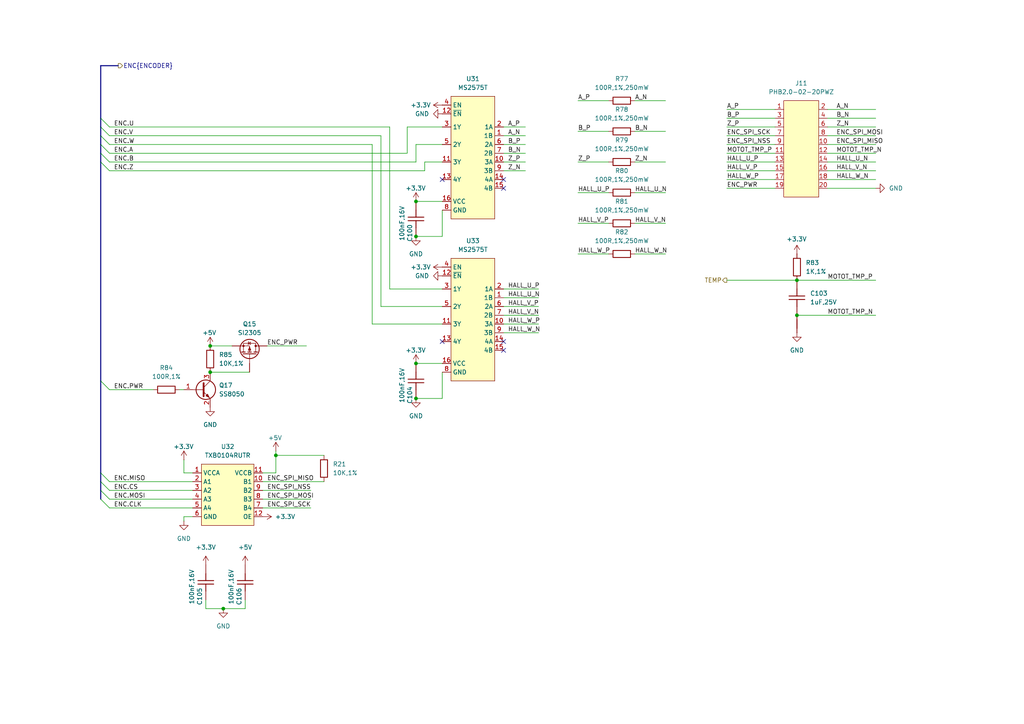
<source format=kicad_sch>
(kicad_sch (version 20250114) (generator "eeschema") (generator_version "9.0")
  (paper "A4")
  (lib_symbols
    (symbol "Device:NetTie_2" (pin_numbers (hide yes)) (pin_names (offset 0) (hide yes)) (in_bom no)
      (property "Reference" "NT" (at 0 1.27 0))
      (property "Value" "NetTie_2" (at 0 -1.27 0))
      (symbol "NetTie_2_0_1"
        (polyline (pts (xy -1.27 0) (xy 1.27 0)) (stroke (width 0.254)))
      )
      (symbol "NetTie_2_1_1"
        (pin passive line (at -2.54 0 0) (length 2.54) (name "1") (number "1"))
        (pin passive line (at 2.54 0 180) (length 2.54) (name "2") (number "2"))
      )
    )
    (symbol "HPM6280Foc:0402WGF1000TCE" (pin_numbers (hide yes)) (pin_names (hide yes))
      (property "Reference" "R" (at -1.27 2.54 0))
      (property "Value" "100R,1%" (at 0 -2.54 0))
      (symbol "0402WGF1000TCE_0_1"
        (rectangle (start 2.54 -1.016) (end -2.54 1.016) (stroke (width 0.254)))
      )
      (symbol "0402WGF1000TCE_1_1"
        (pin passive line (at -3.81 0 0) (length 1.27) (name "~") (number "1"))
        (pin passive line (at 3.81 0 180) (length 1.27) (name "~") (number "2"))
      )
    )
    (symbol "HPM6280Foc:0402WGF1001TCE" (pin_numbers (hide yes)) (pin_names (hide yes))
      (property "Reference" "R" (at 0 2.54 0))
      (property "Value" "1K,1%" (at 0 -2.54 0))
      (symbol "0402WGF1001TCE_0_1"
        (rectangle (start 2.54 -1.016) (end -2.54 1.016) (stroke (width 0.254)))
      )
      (symbol "0402WGF1001TCE_1_1"
        (pin passive line (at -3.81 0 0) (length 1.27) (name "~") (number "1"))
        (pin passive line (at 3.81 0 180) (length 1.27) (name "~") (number "2"))
      )
    )
    (symbol "HPM6280Foc:0402WGF1002TCE" (pin_numbers (hide yes)) (pin_names (hide yes))
      (property "Reference" "R" (at 0 2.54 0))
      (property "Value" "10K,1%" (at 0 0 0))
      (symbol "0402WGF1002TCE_0_1"
        (rectangle (start 2.54 -1.016) (end -2.54 1.016) (stroke (width 0.254)))
      )
      (symbol "0402WGF1002TCE_1_1"
        (pin passive line (at -3.81 0 0) (length 1.27) (name "~") (number "1"))
        (pin passive line (at 3.81 0 180) (length 1.27) (name "~") (number "2"))
      )
    )
    (symbol "HPM6280Foc:CC0402KRX7R7BB104"
      (property "Reference" "C" (at -1.27 2.54 0))
      (property "Value" "100nF,16V" (at 0 -3.81 0))
      (symbol "CC0402KRX7R7BB104_1_0"
        (polyline (pts (xy -0.508 2.286) (xy -0.508 -2.286)) (stroke (width 0.254)))
        (polyline (pts (xy -0.508 0) (xy -2.54 0)) (stroke (width 0.254)))
        (polyline (pts (xy 0.508 2.286) (xy 0.508 -2.286)) (stroke (width 0.254)))
        (polyline (pts (xy 0.508 0) (xy 2.54 0)) (stroke (width 0.254)))
        (pin passive line (at -5.08 0 0) (length 2.54) (name "2") (number "2"))
        (pin passive line (at 5.08 0 180) (length 2.54) (name "1") (number "1"))
      )
    )
    (symbol "HPM6280Foc:CL05A105KA5NQNC"
      (property "Reference" "C" (at -1.27 2.54 0))
      (property "Value" "1uF,25V" (at 0 -3.81 0))
      (symbol "CL05A105KA5NQNC_1_0"
        (polyline (pts (xy -0.508 2.286) (xy -0.508 -2.286)) (stroke (width 0.254)))
        (polyline (pts (xy -0.508 0) (xy -2.54 0)) (stroke (width 0.254)))
        (polyline (pts (xy 0.508 2.286) (xy 0.508 -2.286)) (stroke (width 0.254)))
        (polyline (pts (xy 0.508 0) (xy 2.54 0)) (stroke (width 0.254)))
        (pin passive line (at -5.08 0 0) (length 2.54) (name "2") (number "2"))
        (pin passive line (at 5.08 0 180) (length 2.54) (name "1") (number "1"))
      )
    )
    (symbol "HPM6280Foc:MS2575T"
      (property "Reference" "U" (at 0 1.27 0))
      (property "Value" "MS2575T" (at 0 0 0))
      (symbol "MS2575T_0_0"
        (pin input line (at -2.54 -2.54 0) (length 2.54) (name "EN") (number "4"))
        (pin tri_state line (at -2.54 -8.89 0) (length 2.54) (name "1Y") (number "3"))
        (pin tri_state line (at -2.54 -13.97 0) (length 2.54) (name "2Y") (number "5"))
        (pin tri_state line (at -2.54 -19.05 0) (length 2.54) (name "3Y") (number "11"))
        (pin tri_state line (at -2.54 -24.13 0) (length 2.54) (name "4Y") (number "13"))
        (pin power_in line (at -2.54 -30.48 0) (length 2.54) (name "VCC") (number "16"))
        (pin power_in line (at -2.54 -33.02 0) (length 2.54) (name "GND") (number "8"))
        (pin input line (at 15.24 -8.89 180) (length 2.54) (name "1A") (number "2"))
        (pin input line (at 15.24 -11.43 180) (length 2.54) (name "1B") (number "1"))
        (pin input line (at 15.24 -13.97 180) (length 2.54) (name "2A") (number "6"))
        (pin input line (at 15.24 -16.51 180) (length 2.54) (name "2B") (number "7"))
        (pin input line (at 15.24 -19.05 180) (length 2.54) (name "3A") (number "10"))
        (pin input line (at 15.24 -21.59 180) (length 2.54) (name "3B") (number "9"))
        (pin input line (at 15.24 -24.13 180) (length 2.54) (name "4A") (number "14"))
        (pin input line (at 15.24 -26.67 180) (length 2.54) (name "4B") (number "15"))
      )
      (symbol "MS2575T_1_0"
        (pin input line (at -2.54 -5.08 0) (length 2.54) (name "~{EN}") (number "12"))
      )
      (symbol "MS2575T_1_1"
        (rectangle (start 0 0) (end 12.7 -35.56) (fill (type background)))
      )
    )
    (symbol "HPM6280Foc:PHB2.0-02-20PWZ"
      (property "Reference" "J" (at 0 0 0))
      (property "Value" "PHB2.0-02-20PWZ" (at 5.334 1.016 0))
      (symbol "PHB2.0-02-20PWZ_1_0"
        (pin unspecified line (at -2.54 -5.08 0) (length 2.54) (name "") (number "3"))
        (pin unspecified line (at -2.54 -7.62 0) (length 2.54) (name "") (number "5"))
        (pin unspecified line (at -2.54 -10.16 0) (length 2.54) (name "") (number "7"))
        (pin unspecified line (at -2.54 -12.7 0) (length 2.54) (name "") (number "9"))
        (pin unspecified line (at -2.54 -15.24 0) (length 2.54) (name "") (number "11"))
        (pin unspecified line (at -2.54 -17.78 0) (length 2.54) (name "") (number "13"))
        (pin unspecified line (at -2.54 -20.32 0) (length 2.54) (name "") (number "15"))
        (pin unspecified line (at -2.54 -22.86 0) (length 2.54) (name "") (number "17"))
        (pin unspecified line (at -2.54 -25.4 0) (length 2.54) (name "") (number "19"))
        (pin unspecified line (at 12.7 -2.54 180) (length 2.54) (name "") (number "2"))
        (pin unspecified line (at 12.7 -5.08 180) (length 2.54) (name "") (number "4"))
        (pin unspecified line (at 12.7 -7.62 180) (length 2.54) (name "") (number "6"))
        (pin unspecified line (at 12.7 -10.16 180) (length 2.54) (name "") (number "8"))
        (pin unspecified line (at 12.7 -12.7 180) (length 2.54) (name "") (number "10"))
        (pin unspecified line (at 12.7 -15.24 180) (length 2.54) (name "") (number "12"))
        (pin unspecified line (at 12.7 -17.78 180) (length 2.54) (name "") (number "14"))
        (pin unspecified line (at 12.7 -20.32 180) (length 2.54) (name "") (number "16"))
        (pin unspecified line (at 12.7 -22.86 180) (length 2.54) (name "") (number "18"))
        (pin unspecified line (at 12.7 -25.4 180) (length 2.54) (name "") (number "20"))
      )
      (symbol "PHB2.0-02-20PWZ_1_1"
        (rectangle (start 0 0) (end 10.16 -27.94) (fill (type background)))
        (pin unspecified line (at -2.54 -2.54 0) (length 2.54) (name "") (number "1"))
      )
    )
    (symbol "HPM6280Foc:PS03W4F1000T5E" (pin_numbers (hide yes)) (pin_names (hide yes))
      (property "Reference" "R" (at 0 2.54 0))
      (property "Value" "100R,1%,250mW" (at 0 0 0))
      (symbol "PS03W4F1000T5E_0_1"
        (rectangle (start 2.54 -1.016) (end -2.54 1.016) (stroke (width 0.254)))
      )
      (symbol "PS03W4F1000T5E_1_1"
        (pin passive line (at -3.81 0 0) (length 1.27) (name "~") (number "1"))
        (pin passive line (at 3.81 0 180) (length 1.27) (name "~") (number "2"))
      )
    )
    (symbol "HPM6280Foc:SI2305" (pin_numbers (hide yes)) (pin_names (hide yes))
      (property "Reference" "Q" (at -0.762 3.048 0))
      (property "Value" "SI2305" (at 0 0 0))
      (symbol "SI2305_0_1"
        (polyline (pts (xy 0.254 1.905) (xy 0.254 -1.905)) (stroke (width 0.254)))
        (polyline (pts (xy 0.254 0) (xy -2.54 0)))
        (polyline (pts (xy 0.762 2.286) (xy 0.762 1.27)) (stroke (width 0.254)))
        (polyline (pts (xy 0.762 1.778) (xy 3.302 1.778) (xy 3.302 -1.778) (xy 0.762 -1.778)))
        (polyline (pts (xy 0.762 0.508) (xy 0.762 -0.508)) (stroke (width 0.254)))
        (polyline (pts (xy 0.762 -1.27) (xy 0.762 -2.286)) (stroke (width 0.254)))
        (circle (center 1.651 0) (radius 2.794) (stroke (width 0.254)))
        (polyline (pts (xy 2.286 0) (xy 1.27 0.381) (xy 1.27 -0.381) (xy 2.286 0)) (fill (type outline)))
        (polyline (pts (xy 2.54 2.54) (xy 2.54 1.778)))
        (circle (center 2.54 1.778) (radius 0.254) (fill (type outline)))
        (circle (center 2.54 -1.778) (radius 0.254) (fill (type outline)))
        (polyline (pts (xy 2.54 -2.54) (xy 2.54 0) (xy 0.762 0)))
        (polyline (pts (xy 2.794 -0.508) (xy 2.921 -0.381) (xy 3.683 -0.381) (xy 3.81 -0.254)))
        (polyline (pts (xy 3.302 -0.381) (xy 2.921 0.254) (xy 3.683 0.254) (xy 3.302 -0.381)))
      )
      (symbol "SI2305_1_1"
        (pin input line (at -5.08 0 0) (length 2.54) (name "G") (number "1"))
        (pin passive line (at 2.54 5.08 270) (length 2.54) (name "D") (number "3"))
        (pin passive line (at 2.54 -5.08 90) (length 2.54) (name "S") (number "2"))
      )
    )
    (symbol "HPM6280Foc:TXB0104RUTR"
      (property "Reference" "U" (at 0 0 0))
      (property "Value" "TXB0104RUTR" (at 0 0 0))
      (symbol "TXB0104RUTR_0_0"
        (pin power_in line (at -2.54 -2.54 0) (length 2.54) (name "VCCA") (number "1"))
        (pin bidirectional line (at -2.54 -5.08 0) (length 2.54) (name "A1") (number "2"))
        (pin bidirectional line (at -2.54 -7.62 0) (length 2.54) (name "A2") (number "3"))
        (pin bidirectional line (at -2.54 -10.16 0) (length 2.54) (name "A3") (number "4"))
        (pin bidirectional line (at -2.54 -12.7 0) (length 2.54) (name "A4") (number "5"))
        (pin power_in line (at -2.54 -15.24 0) (length 2.54) (name "GND") (number "6"))
        (pin power_in line (at 17.78 -2.54 180) (length 2.54) (name "VCCB") (number "11"))
        (pin bidirectional line (at 17.78 -5.08 180) (length 2.54) (name "B1") (number "10"))
        (pin bidirectional line (at 17.78 -7.62 180) (length 2.54) (name "B2") (number "9"))
        (pin bidirectional line (at 17.78 -10.16 180) (length 2.54) (name "B3") (number "8"))
        (pin bidirectional line (at 17.78 -12.7 180) (length 2.54) (name "B4") (number "7"))
        (pin input line (at 17.78 -15.24 180) (length 2.54) (name "OE") (number "12"))
      )
      (symbol "TXB0104RUTR_1_1"
        (rectangle (start 0 0) (end 15.24 -17.78) (fill (type background)))
      )
    )
    (symbol "Transistor_BJT:SS8050" (pin_names (offset 0) (hide yes))
      (property "Reference" "Q" (at 5.08 1.905 0))
      (property "Value" "SS8050" (at 5.08 0 0))
      (symbol "SS8050_0_1"
        (polyline (pts (xy -2.54 0) (xy 0.635 0)))
        (polyline (pts (xy 0.635 1.905) (xy 0.635 -1.905)) (stroke (width 0.508)))
        (circle (center 1.27 0) (radius 2.8194) (stroke (width 0.254)))
      )
      (symbol "SS8050_1_1"
        (polyline (pts (xy 0.635 0.635) (xy 2.54 2.54)))
        (polyline (pts (xy 0.635 -0.635) (xy 2.54 -2.54)))
        (polyline (pts (xy 1.27 -1.778) (xy 1.778 -1.27) (xy 2.286 -2.286) (xy 1.27 -1.778)) (fill (type outline)))
        (pin input line (at -5.08 0 0) (length 2.54) (name "B") (number "1"))
        (pin passive line (at 2.54 5.08 270) (length 2.54) (name "C") (number "3"))
        (pin passive line (at 2.54 -5.08 90) (length 2.54) (name "E") (number "2"))
      )
    )
    (symbol "power:+3.3V" (power) (pin_numbers (hide yes)) (pin_names (offset 0) (hide yes))
      (property "Value" "+3.3V" (at 0 3.556 0))
      (symbol "+3.3V_0_1"
        (polyline (pts (xy -0.762 1.27) (xy 0 2.54)))
        (polyline (pts (xy 0 2.54) (xy 0.762 1.27)))
        (polyline (pts (xy 0 0) (xy 0 2.54)))
      )
      (symbol "+3.3V_1_1"
        (pin power_in line (at 0 0 90) (length 0) (name "~") (number "1"))
      )
    )
    (symbol "power:+5V" (power) (pin_numbers (hide yes)) (pin_names (offset 0) (hide yes))
      (property "Value" "+5V" (at 0 3.556 0))
      (symbol "+5V_0_1"
        (polyline (pts (xy -0.762 1.27) (xy 0 2.54)))
        (polyline (pts (xy 0 2.54) (xy 0.762 1.27)))
        (polyline (pts (xy 0 0) (xy 0 2.54)))
      )
      (symbol "+5V_1_1"
        (pin power_in line (at 0 0 90) (length 0) (name "~") (number "1"))
      )
    )
    (symbol "power:GND" (power) (pin_numbers (hide yes)) (pin_names (offset 0) (hide yes))
      (property "Value" "GND" (at 0 -3.81 0))
      (symbol "GND_0_1"
        (polyline (pts (xy 0 0) (xy 0 -1.27) (xy 1.27 -1.27) (xy 0 -2.54) (xy -1.27 -1.27) (xy 0 -1.27)))
      )
      (symbol "GND_1_1"
        (pin power_in line (at 0 0 270) (length 0) (name "~") (number "1"))
      )
    )
  )
  (junction (at 64.77 176.53))
  (junction (at 231.14 91.44))
  (junction (at 120.65 115.57))
  (junction (at 231.14 81.28))
  (junction (at 60.96 107.95))
  (junction (at 120.65 68.58))
  (junction (at 120.65 105.41))
  (junction (at 80.01 132.08))
  (junction (at 120.65 58.42))
  (junction (at 60.96 100.33))
  (no_connect (at 146.05 52.07))
  (no_connect (at 146.05 54.61))
  (no_connect (at 128.27 99.06))
  (no_connect (at 128.27 52.07))
  (no_connect (at 146.05 101.6))
  (no_connect (at 146.05 99.06))
  (bus_entry (at 29.21 110.49) (size 2.54 2.54))
  (bus_entry (at 29.21 39.37) (size 2.54 2.54))
  (bus_entry (at 29.21 142.24) (size 2.54 2.54))
  (bus_entry (at 29.21 137.16) (size 2.54 2.54))
  (bus_entry (at 29.21 46.99) (size 2.54 2.54))
  (bus_entry (at 29.21 144.78) (size 2.54 2.54))
  (bus_entry (at 29.21 44.45) (size 2.54 2.54))
  (bus_entry (at 29.21 139.7) (size 2.54 2.54))
  (bus_entry (at 29.21 34.29) (size 2.54 2.54))
  (bus_entry (at 29.21 41.91) (size 2.54 2.54))
  (bus_entry (at 29.21 36.83) (size 2.54 2.54))
  (wire (pts (xy 76.2 142.24) (xy 90.17 142.24)))
  (wire (pts (xy 128.27 68.58) (xy 128.27 60.96)))
  (bus (pts (xy 29.21 110.49) (xy 29.21 137.16)))
  (wire (pts (xy 128.27 41.91) (xy 120.65 41.91)))
  (wire (pts (xy 146.05 44.45) (xy 152.4 44.45)))
  (wire (pts (xy 31.75 144.78) (xy 55.88 144.78)))
  (wire (pts (xy 184.15 55.88) (xy 193.04 55.88)))
  (wire (pts (xy 31.75 39.37) (xy 110.49 39.37)))
  (wire (pts (xy 107.95 41.91) (xy 107.95 93.98)))
  (wire (pts (xy 80.01 132.08) (xy 80.01 130.81)))
  (bus (pts (xy 29.21 46.99) (xy 29.21 110.49)))
  (wire (pts (xy 146.05 88.9) (xy 156.21 88.9)))
  (wire (pts (xy 76.2 139.7) (xy 93.98 139.7)))
  (wire (pts (xy 210.82 54.61) (xy 224.79 54.61)))
  (wire (pts (xy 76.2 147.32) (xy 90.17 147.32)))
  (wire (pts (xy 59.69 176.53) (xy 64.77 176.53)))
  (wire (pts (xy 210.82 34.29) (xy 224.79 34.29)))
  (wire (pts (xy 184.15 29.21) (xy 193.04 29.21)))
  (bus (pts (xy 29.21 41.91) (xy 29.21 44.45)))
  (wire (pts (xy 146.05 49.53) (xy 152.4 49.53)))
  (wire (pts (xy 120.65 105.41) (xy 128.27 105.41)))
  (wire (pts (xy 55.88 149.86) (xy 53.34 149.86)))
  (wire (pts (xy 31.75 36.83) (xy 113.03 36.83)))
  (wire (pts (xy 128.27 36.83) (xy 118.11 36.83)))
  (wire (pts (xy 59.69 173.99) (xy 59.69 176.53)))
  (wire (pts (xy 128.27 115.57) (xy 128.27 107.95)))
  (wire (pts (xy 231.14 81.28) (xy 254 81.28)))
  (bus (pts (xy 29.21 34.29) (xy 29.21 36.83)))
  (wire (pts (xy 31.75 41.91) (xy 107.95 41.91)))
  (wire (pts (xy 210.82 52.07) (xy 224.79 52.07)))
  (bus (pts (xy 29.21 142.24) (xy 29.21 144.78)))
  (wire (pts (xy 184.15 38.1) (xy 193.04 38.1)))
  (wire (pts (xy 31.75 46.99) (xy 120.65 46.99)))
  (wire (pts (xy 240.03 39.37) (xy 254 39.37)))
  (wire (pts (xy 80.01 132.08) (xy 93.98 132.08)))
  (wire (pts (xy 240.03 52.07) (xy 254 52.07)))
  (bus (pts (xy 29.21 36.83) (xy 29.21 39.37)))
  (bus (pts (xy 29.21 44.45) (xy 29.21 46.99)))
  (wire (pts (xy 167.64 64.77) (xy 176.53 64.77)))
  (wire (pts (xy 31.75 139.7) (xy 55.88 139.7)))
  (wire (pts (xy 167.64 55.88) (xy 176.53 55.88)))
  (wire (pts (xy 240.03 49.53) (xy 254 49.53)))
  (wire (pts (xy 146.05 36.83) (xy 152.4 36.83)))
  (wire (pts (xy 113.03 36.83) (xy 113.03 83.82)))
  (wire (pts (xy 210.82 41.91) (xy 224.79 41.91)))
  (wire (pts (xy 120.65 68.58) (xy 128.27 68.58)))
  (wire (pts (xy 167.64 73.66) (xy 176.53 73.66)))
  (wire (pts (xy 240.03 41.91) (xy 254.0614 41.91)))
  (wire (pts (xy 120.65 41.91) (xy 120.65 46.99)))
  (wire (pts (xy 53.34 149.86) (xy 53.34 151.13)))
  (bus (pts (xy 29.21 139.7) (xy 29.21 142.24)))
  (wire (pts (xy 210.82 39.37) (xy 224.79 39.37)))
  (wire (pts (xy 123.19 49.53) (xy 123.19 46.99)))
  (wire (pts (xy 240.03 36.83) (xy 254 36.83)))
  (wire (pts (xy 118.11 36.83) (xy 118.11 44.45)))
  (wire (pts (xy 146.05 93.98) (xy 156.21 93.98)))
  (wire (pts (xy 184.15 46.99) (xy 193.04 46.99)))
  (wire (pts (xy 167.64 29.21) (xy 176.53 29.21)))
  (wire (pts (xy 167.64 46.99) (xy 176.53 46.99)))
  (bus (pts (xy 34.29 19.05) (xy 29.21 19.05)))
  (wire (pts (xy 110.49 88.9) (xy 128.27 88.9)))
  (wire (pts (xy 80.01 137.16) (xy 80.01 132.08)))
  (wire (pts (xy 146.05 46.99) (xy 152.4 46.99)))
  (wire (pts (xy 53.34 137.16) (xy 53.34 133.35)))
  (wire (pts (xy 31.75 113.03) (xy 44.45 113.03)))
  (bus (pts (xy 29.21 19.05) (xy 29.21 34.29)))
  (wire (pts (xy 123.19 46.99) (xy 128.27 46.99)))
  (wire (pts (xy 53.34 137.16) (xy 55.88 137.16)))
  (wire (pts (xy 146.05 96.52) (xy 156.21 96.52)))
  (wire (pts (xy 240.03 31.75) (xy 254 31.75)))
  (wire (pts (xy 184.15 73.66) (xy 193.04 73.66)))
  (wire (pts (xy 76.2 144.78) (xy 90.17 144.78)))
  (wire (pts (xy 113.03 83.82) (xy 128.27 83.82)))
  (wire (pts (xy 240.03 34.29) (xy 254 34.29)))
  (wire (pts (xy 210.82 31.75) (xy 224.79 31.75)))
  (wire (pts (xy 210.82 36.83) (xy 224.79 36.83)))
  (wire (pts (xy 240.03 46.99) (xy 254 46.99)))
  (wire (pts (xy 31.75 142.24) (xy 55.88 142.24)))
  (wire (pts (xy 31.75 49.53) (xy 123.19 49.53)))
  (bus (pts (xy 29.21 39.37) (xy 29.21 41.91)))
  (wire (pts (xy 71.12 176.53) (xy 71.12 173.99)))
  (wire (pts (xy 64.77 176.53) (xy 71.12 176.53)))
  (wire (pts (xy 146.05 39.37) (xy 152.4 39.37)))
  (wire (pts (xy 210.82 49.53) (xy 224.79 49.53)))
  (wire (pts (xy 107.95 93.98) (xy 128.27 93.98)))
  (wire (pts (xy 146.05 83.82) (xy 156.21 83.82)))
  (bus (pts (xy 29.21 137.16) (xy 29.21 139.7)))
  (wire (pts (xy 31.75 44.45) (xy 118.11 44.45)))
  (wire (pts (xy 184.15 64.77) (xy 193.04 64.77)))
  (wire (pts (xy 146.05 86.36) (xy 156.21 86.36)))
  (wire (pts (xy 146.05 91.44) (xy 156.21 91.44)))
  (wire (pts (xy 120.65 115.57) (xy 128.27 115.57)))
  (wire (pts (xy 240.03 54.61) (xy 254 54.61)))
  (wire (pts (xy 120.65 58.42) (xy 128.27 58.42)))
  (wire (pts (xy 110.49 39.37) (xy 110.49 88.9)))
  (wire (pts (xy 31.75 147.32) (xy 55.88 147.32)))
  (wire (pts (xy 77.47 100.33) (xy 88.9 100.33)))
  (wire (pts (xy 210.82 46.99) (xy 224.79 46.99)))
  (wire (pts (xy 60.96 100.33) (xy 67.31 100.33)))
  (wire (pts (xy 240.03 44.45) (xy 254 44.45)))
  (wire (pts (xy 52.07 113.03) (xy 53.34 113.03)))
  (wire (pts (xy 80.01 137.16) (xy 76.2 137.16)))
  (wire (pts (xy 210.82 81.28) (xy 231.14 81.28)))
  (wire (pts (xy 167.64 38.1) (xy 176.53 38.1)))
  (wire (pts (xy 231.14 91.44) (xy 254 91.44)))
  (wire (pts (xy 146.05 41.91) (xy 152.4 41.91)))
  (wire (pts (xy 60.96 107.95) (xy 72.39 107.95)))
  (wire (pts (xy 210.82 44.45) (xy 224.79 44.45)))
  (label "Z_N" (at 184.15 46.99 0))
  (label "Z_P" (at 167.64 46.99 0))
  (label "Z_P" (at 210.82 36.83 0))
  (label "A_N" (at 147.32 39.37 0))
  (label "HALL_V_P" (at 147.32 88.9 0))
  (label "ENC_SPI_SCK" (at 77.47 147.32 0))
  (label "B_P" (at 147.32 41.91 0))
  (label "MOTOT_TMP_P" (at 240.03 81.28 0))
  (label "A_N" (at 184.15 29.21 0))
  (label "A_P" (at 167.64 29.21 0))
  (label "ENC.PWR" (at 33.02 113.03 0))
  (label "B_N" (at 147.32 44.45 0))
  (label "ENC_PWR" (at 77.47 100.33 0))
  (label "ENC.B" (at 33.02 46.99 0))
  (label "MOTOT_TMP_P" (at 210.82 44.45 0))
  (label "ENC.U" (at 33.02 36.83 0))
  (label "ENC_SPI_NSS" (at 210.82 41.91 0))
  (label "Z_N" (at 242.57 36.83 0))
  (label "HALL_W_P" (at 147.32 93.98 0))
  (label "B_N" (at 184.15 38.1 0))
  (label "HALL_W_P" (at 167.64 73.66 0))
  (label "Z_N" (at 147.32 49.53 0))
  (label "HALL_V_N" (at 147.32 91.44 0))
  (label "ENC.MOSI" (at 33.02 144.78 0))
  (label "B_P" (at 210.82 34.29 0))
  (label "HALL_U_P" (at 210.82 46.99 0))
  (label "HALL_V_N" (at 242.57 49.53 0))
  (label "HALL_U_N" (at 242.57 46.99 0))
  (label "ENC.CS" (at 33.02 142.24 0))
  (label "ENC.V" (at 33.02 39.37 0))
  (label "HALL_V_N" (at 184.15 64.77 0))
  (label "ENC.CLK" (at 33.02 147.32 0))
  (label "B_N" (at 242.57 34.29 0))
  (label "ENC_SPI_MISO" (at 242.57 41.91 0))
  (label "A_P" (at 210.82 31.75 0))
  (label "ENC.MISO" (at 33.02 139.7 0))
  (label "ENC_SPI_SCK" (at 210.82 39.37 0))
  (label "ENC_SPI_MISO" (at 77.47 139.7 0))
  (label "ENC.A" (at 33.02 44.45 0))
  (label "HALL_W_N" (at 184.15 73.66 0))
  (label "ENC_SPI_MOSI" (at 242.57 39.37 0))
  (label "HALL_U_P" (at 147.32 83.82 0))
  (label "A_P" (at 147.32 36.83 0))
  (label "HALL_W_N" (at 242.57 52.07 0))
  (label "HALL_V_P" (at 167.64 64.77 0))
  (label "ENC_PWR" (at 210.82 54.61 0))
  (label "ENC.W" (at 33.02 41.91 0))
  (label "MOTOT_TMP_N" (at 240.03 91.44 0))
  (label "MOTOT_TMP_N" (at 242.57 44.45 0))
  (label "A_N" (at 242.57 31.75 0))
  (label "Z_P" (at 147.32 46.99 0))
  (label "HALL_W_P" (at 210.82 52.07 0))
  (label "B_P" (at 167.64 38.1 0))
  (label "ENC.Z" (at 33.02 49.53 0))
  (label "HALL_U_N" (at 147.32 86.36 0))
  (label "ENC_SPI_MOSI" (at 77.47 144.78 0))
  (label "HALL_U_P" (at 167.64 55.88 0))
  (label "HALL_U_N" (at 184.15 55.88 0))
  (label "ENC_SPI_NSS" (at 77.47 142.24 0))
  (label "HALL_W_N" (at 147.32 96.52 0))
  (label "HALL_V_P" (at 210.82 49.53 0))
  (hierarchical_label "ENC{ENCODER}" (shape output) (at 34.29 19.05 0))
  (hierarchical_label "TEMP" (shape output) (at 210.82 81.28 180))
  (symbol (lib_id "HPM6280Foc:MS2575T") (at 130.81 27.94 0) (unit 1)
    (property "Reference" "U31" (at 137.16 22.86 0))
    (property "Value" "MS2575T" (at 137.16 25.4 0))
    (property "Footprint" "Package_SO:TSSOP-16_4.4x5mm_P0.65mm" (effects (hide yes)))
    (property "Datasheet" "https://item.szlcsc.com/datasheet/MS2575/1599598.html?spm=sc.it.xds.a___sc.gbn.xh1.zy.t&lcsc_vid=RFRfBVcDE1AKVwFQFlNZVFdVEVVeBlJXT1hWXgUERFUxVlNTR1JaUFVfRlFZVzsOAxUeFF5JWBIBSRccGwIdBEoFGAxBAAgJFQACSQwSGg0%3D" (effects (hide yes)))
    (property "Description" "四通道差动线路接收器" (effects (hide yes)))
    (property "华秋编号" "G6546185" (effects (hide yes)))
    (property "立创编号" "C5372115" (effects (hide yes)))
    (instances (project "" (path "" (reference "U31") (unit 1)) (path "" (reference "U35") (unit 1))))
  )
  (symbol (lib_id "HPM6280Foc:PS03W4F1000T5E") (at 180.34 46.99 180) (unit 1)
    (property "Reference" "R79" (at 180.34 40.64 0))
    (property "Value" "100R,1%,250mW" (at 180.34 43.18 0))
    (property "Footprint" "Resistor_SMD:R_0603_1608Metric" (effects (hide yes)))
    (property "Datasheet" "https://item.szlcsc.com/datasheet/PS03W4F1000T5E/2923334.html?spm=sc.it.xds.a___sc.cidn.xh1.zy.n&lcsc_vid=RFBZU1BXFlVXXwIAFldZUQYEEwRfUwFQQVdcX1JeQ1cxVlNSTlVWVFJQTldaVTtW" (effects (hide yes)))
    (property "Description" "100Ω ±1% 250mW 厚膜电阻" (effects (hide yes)))
    (property "华秋编号" "G11922311" (effects (hide yes)))
    (property "立创编号" "C2784878" (effects (hide yes)))
    (instances (project "HPM5E31_ECatDualFOC" (path "" (reference "R79") (unit 1)) (path "" (reference "R88") (unit 1))))
  )
  (symbol (lib_id "HPM6280Foc:PS03W4F1000T5E") (at 180.34 29.21 180) (unit 1)
    (property "Reference" "R77" (at 180.34 22.86 0))
    (property "Value" "100R,1%,250mW" (at 180.34 25.4 0))
    (property "Footprint" "Resistor_SMD:R_0603_1608Metric" (effects (hide yes)))
    (property "Datasheet" "https://item.szlcsc.com/datasheet/PS03W4F1000T5E/2923334.html?spm=sc.it.xds.a___sc.cidn.xh1.zy.n&lcsc_vid=RFBZU1BXFlVXXwIAFldZUQYEEwRfUwFQQVdcX1JeQ1cxVlNSTlVWVFJQTldaVTtW" (effects (hide yes)))
    (property "Description" "100Ω ±1% 250mW 厚膜电阻" (effects (hide yes)))
    (property "华秋编号" "G11922311" (effects (hide yes)))
    (property "立创编号" "C2784878" (effects (hide yes)))
    (instances (project "" (path "" (reference "R77") (unit 1)) (path "" (reference "R86") (unit 1))))
  )
  (symbol (lib_id "HPM6280Foc:PS03W4F1000T5E") (at 180.34 73.66 180) (unit 1)
    (property "Reference" "R82" (at 180.34 67.31 0))
    (property "Value" "100R,1%,250mW" (at 180.34 69.85 0))
    (property "Footprint" "Resistor_SMD:R_0603_1608Metric" (effects (hide yes)))
    (property "Datasheet" "https://item.szlcsc.com/datasheet/PS03W4F1000T5E/2923334.html?spm=sc.it.xds.a___sc.cidn.xh1.zy.n&lcsc_vid=RFBZU1BXFlVXXwIAFldZUQYEEwRfUwFQQVdcX1JeQ1cxVlNSTlVWVFJQTldaVTtW" (effects (hide yes)))
    (property "Description" "100Ω ±1% 250mW 厚膜电阻" (effects (hide yes)))
    (property "华秋编号" "G11922311" (effects (hide yes)))
    (property "立创编号" "C2784878" (effects (hide yes)))
    (instances (project "HPM5E31_ECatDualFOC" (path "" (reference "R82") (unit 1)) (path "" (reference "R91") (unit 1))))
  )
  (symbol (lib_id "HPM6280Foc:CC0402KRX7R7BB104") (at 120.65 110.49 90) (unit 1)
    (property "Reference" "C104" (at 118.872 112.014 0) (effects (justify right)))
    (property "Value" "100nF,16V" (at 116.586 106.68 0) (effects (justify right)))
    (property "Footprint" "Capacitor_SMD:C_0402_1005Metric" (effects (hide yes)))
    (property "制造商" "YAGEO(国巨)" (effects (hide yes)))
    (property "华秋编号" "G0042289" (effects (hide yes)))
    (property "立创编号" "C60474" (effects (hide yes)))
    (instances (project "HPM5E31_ECatDualFOC" (path "" (reference "C104") (unit 1)) (path "" (reference "C111") (unit 1))))
  )
  (symbol (lib_id "HPM6280Foc:CC0402KRX7R7BB104") (at 120.65 63.5 90) (unit 1)
    (property "Reference" "C100" (at 118.872 65.024 0) (effects (justify right)))
    (property "Value" "100nF,16V" (at 116.586 59.69 0) (effects (justify right)))
    (property "Footprint" "Capacitor_SMD:C_0402_1005Metric" (effects (hide yes)))
    (property "制造商" "YAGEO(国巨)" (effects (hide yes)))
    (property "华秋编号" "G0042289" (effects (hide yes)))
    (property "立创编号" "C60474" (effects (hide yes)))
    (instances (project "" (path "" (reference "C100") (unit 1)) (path "" (reference "C107") (unit 1))))
  )
  (symbol (lib_id "HPM6280Foc:CC0402KRX7R7BB104") (at 59.69 168.91 90) (unit 1)
    (property "Reference" "C105" (at 57.912 170.434 0) (effects (justify right)))
    (property "Value" "100nF,16V" (at 55.626 165.1 0) (effects (justify right)))
    (property "Footprint" "Capacitor_SMD:C_0402_1005Metric" (effects (hide yes)))
    (property "制造商" "YAGEO(国巨)" (effects (hide yes)))
    (property "华秋编号" "G0042289" (effects (hide yes)))
    (property "立创编号" "C60474" (effects (hide yes)))
    (instances (project "HPM5E31_ECatDualFOC" (path "" (reference "C105") (unit 1)) (path "" (reference "C112") (unit 1))))
  )
  (symbol (lib_id "Transistor_BJT:SS8050") (at 58.42 113.03 0) (unit 1)
    (property "Reference" "Q17" (at 63.5 111.7599 0) (effects (justify left)))
    (property "Value" "SS8050" (at 63.5 114.2999 0) (effects (justify left)))
    (property "Footprint" "Package_TO_SOT_SMD:SOT-23" (effects (hide yes)))
    (property "Datasheet" "http://www.secosgmbh.com/datasheet/products/SSMPTransistor/SOT-23/SS8050.pdf" (effects (hide yes)))
    (property "Description" "General Purpose NPN Transistor, 1.5A Ic, 25V Vce, SOT-23" (effects (hide yes)))
    (instances (project "" (path "" (reference "Q17") (unit 1)) (path "" (reference "Q18") (unit 1))))
  )
  (symbol (lib_id "power:+3.3V") (at 76.2 149.86 270) (unit 1)
    (property "Reference" "#PWR0188" (effects (hide yes)))
    (property "Value" "+3.3V" (at 79.756 149.86 90) (effects (justify left)))
    (property "Description" "Power symbol creates a global label with name \"+3.3V\"" (effects (hide yes)))
    (instances (project "HPM5E31_ECatDualFOC" (path "" (reference "#PWR0188") (unit 1)) (path "" (reference "#PWR0191") (unit 1))))
  )
  (symbol (lib_id "power:GND") (at 60.96 118.11 0) (unit 1)
    (property "Reference" "#PWR0198" (effects (hide yes)))
    (property "Value" "GND" (at 60.96 123.19 0))
    (property "Description" "Power symbol creates a global label with name \"GND\" , ground" (effects (hide yes)))
    (instances (project "HPM5E31_ECatDualFOC" (path "" (reference "#PWR0198") (unit 1)) (path "" (reference "#PWR0204") (unit 1))))
  )
  (symbol (lib_id "power:+5V") (at 80.01 130.81 0) (unit 1)
    (property "Reference" "#PWR0193" (effects (hide yes)))
    (property "Value" "+5V" (at 77.724 127 0) (effects (justify left)))
    (property "Description" "Power symbol creates a global label with name \"+5V\"" (effects (hide yes)))
    (instances (project "HPM5E31_ECatDualFOC" (path "" (reference "#PWR0193") (unit 1)) (path "" (reference "#PWR0194") (unit 1))))
  )
  (symbol (lib_id "HPM6280Foc:0402WGF1002TCE") (at 60.96 104.14 90) (unit 1)
    (property "Reference" "R85" (at 63.5 102.8699 90) (effects (justify right)))
    (property "Value" "10K,1%" (at 63.5 105.4099 90) (effects (justify right)))
    (property "Footprint" "Resistor_SMD:R_0402_1005Metric" (effects (hide yes)))
    (property "Datasheet" "https://atta.szlcsc.com/upload/public/pdf/source/20200306/C422600_1E6D84923E4A46A82E41ADD87F860B5C.pdf" (effects (hide yes)))
    (property "华秋编号" "G0063278" (effects (hide yes)))
    (property "立创编号" "C25744" (effects (hide yes)))
    (instances (project "" (path "" (reference "R85") (unit 1)) (path "" (reference "R94") (unit 1))))
  )
  (symbol (lib_id "power:GND") (at 128.27 33.02 270) (unit 1)
    (property "Reference" "#PWR0185" (effects (hide yes)))
    (property "Value" "GND" (at 124.46 33.0199 90) (effects (justify right)))
    (property "Description" "Power symbol creates a global label with name \"GND\" , ground" (effects (hide yes)))
    (instances (project "HPM5E31_ECatDualFOC" (path "" (reference "#PWR0185") (unit 1)) (path "" (reference "#PWR0210") (unit 1))))
  )
  (symbol (lib_id "power:+3.3V") (at 128.27 77.47 90) (unit 1)
    (property "Reference" "#PWR0196" (effects (hide yes)))
    (property "Value" "+3.3V" (at 124.968 77.47 90) (effects (justify left)))
    (property "Description" "Power symbol creates a global label with name \"+3.3V\"" (effects (hide yes)))
    (instances (project "HPM5E31_ECatDualFOC" (path "" (reference "#PWR0196") (unit 1)) (path "" (reference "#PWR0200") (unit 1))))
  )
  (symbol (lib_id "power:+3.3V") (at 120.65 105.41 0) (unit 1)
    (property "Reference" "#PWR0209" (effects (hide yes)))
    (property "Value" "+3.3V" (at 117.602 101.6 0) (effects (justify left)))
    (property "Description" "Power symbol creates a global label with name \"+3.3V\"" (effects (hide yes)))
    (instances (project "HPM5E31_ECatDualFOC" (path "" (reference "#PWR0209") (unit 1)) (path "" (reference "#PWR0215") (unit 1))))
  )
  (symbol (lib_id "power:+3.3V") (at 231.14 73.66 0) (unit 1)
    (property "Reference" "#PWR0195" (effects (hide yes)))
    (property "Value" "+3.3V" (at 228.092 69.342 0) (effects (justify left)))
    (property "Description" "Power symbol creates a global label with name \"+3.3V\"" (effects (hide yes)))
    (instances (project "HPM5E31_ECatDualFOC" (path "" (reference "#PWR0195") (unit 1)) (path "" (reference "#PWR0216") (unit 1))))
  )
  (symbol (lib_id "Device:NetTie_2") (at 231.14 93.98 90) (unit 1) (in_bom no)
    (property "Reference" "NT21" (effects (hide yes)))
    (property "Value" "NetTie_2" (effects (hide yes)))
    (property "Footprint" "Library:NetTie_SMD_5mil" (effects (hide yes)))
    (property "Description" "Net tie, 2 pins" (effects (hide yes)))
    (instances (project "HPM5E31_ECatDualFOC" (path "" (reference "NT21") (unit 1)) (path "" (reference "NT22") (unit 1))))
  )
  (symbol (lib_id "HPM6280Foc:0402WGF1002TCE") (at 93.98 135.89 90) (unit 1)
    (property "Reference" "R21" (at 96.52 134.6199 90) (effects (justify right)))
    (property "Value" "10K,1%" (at 96.52 137.1599 90) (effects (justify right)))
    (property "Footprint" "Resistor_SMD:R_0402_1005Metric" (effects (hide yes)))
    (property "Datasheet" "https://atta.szlcsc.com/upload/public/pdf/source/20200306/C422600_1E6D84923E4A46A82E41ADD87F860B5C.pdf" (effects (hide yes)))
    (property "华秋编号" "G0063278" (effects (hide yes)))
    (property "立创编号" "C25744" (effects (hide yes)))
    (instances (project "HPM5E31_ECatDualFOC" (path "" (reference "R21") (unit 1)) (path "" (reference "R22") (unit 1))))
  )
  (symbol (lib_id "power:+3.3V") (at 59.69 163.83 0) (unit 1)
    (property "Reference" "#PWR0206" (effects (hide yes)))
    (property "Value" "+3.3V" (at 59.69 158.75 0))
    (property "Description" "Power symbol creates a global label with name \"+3.3V\"" (effects (hide yes)))
    (instances (project "HPM5E31_ECatDualFOC" (path "" (reference "#PWR0206") (unit 1)) (path "" (reference "#PWR0231") (unit 1))))
  )
  (symbol (lib_id "power:+3.3V") (at 128.27 30.48 90) (unit 1)
    (property "Reference" "#PWR0184" (effects (hide yes)))
    (property "Value" "+3.3V" (at 124.968 30.48 90) (effects (justify left)))
    (property "Description" "Power symbol creates a global label with name \"+3.3V\"" (effects (hide yes)))
    (instances (project "HPM5E31_ECatDualFOC" (path "" (reference "#PWR0184") (unit 1)) (path "" (reference "#PWR0190") (unit 1))))
  )
  (symbol (lib_id "HPM6280Foc:0402WGF1001TCE") (at 231.14 77.47 270) (unit 1)
    (property "Reference" "R83" (at 233.68 76.1999 90) (effects (justify left)))
    (property "Value" "1K,1%" (at 233.68 78.7399 90) (effects (justify left)))
    (property "Footprint" "Resistor_SMD:R_0402_1005Metric" (effects (hide yes)))
    (property "华秋编号" "G0063277" (effects (hide yes)))
    (property "立创编号" "C11702" (effects (hide yes)))
    (instances (project "" (path "" (reference "R83") (unit 1)) (path "" (reference "R92") (unit 1))))
  )
  (symbol (lib_id "power:GND") (at 128.27 80.01 270) (unit 1)
    (property "Reference" "#PWR0197" (effects (hide yes)))
    (property "Value" "GND" (at 124.46 80.0099 90) (effects (justify right)))
    (property "Description" "Power symbol creates a global label with name \"GND\" , ground" (effects (hide yes)))
    (instances (project "HPM5E31_ECatDualFOC" (path "" (reference "#PWR0197") (unit 1)) (path "" (reference "#PWR0222") (unit 1))))
  )
  (symbol (lib_id "HPM6280Foc:TXB0104RUTR") (at 58.42 134.62 0) (unit 1)
    (property "Reference" "U32" (at 66.04 129.54 0))
    (property "Value" "TXB0104RUTR" (at 66.04 132.08 0))
    (property "Footprint" "Library:UQFN-12_1.7x2_Pitch0.4mm" (effects (hide yes)))
    (property "Datasheet" "https://www.ti.com/cn/lit/ds/symlink/txb0104.pdf?ts=1750505672304&ref_url=https%253A%252F%252Fitem.szlcsc.com%252F" (effects (hide yes)))
    (property "Description" "100Mbps 4位双向电平转换器" (effects (hide yes)))
    (property "华秋编号" "G0084624" (effects (hide yes)))
    (property "立创编号" "C105266" (effects (hide yes)))
    (instances (project "" (path "" (reference "U32") (unit 1)) (path "" (reference "U36") (unit 1))))
  )
  (symbol (lib_id "HPM6280Foc:SI2305") (at 72.39 102.87 270) (mirror x) (unit 1)
    (property "Reference" "Q15" (at 72.39 93.98 90))
    (property "Value" "SI2305" (at 72.39 96.52 90))
    (property "Footprint" "Package_TO_SOT_SMD:SOT-23-3" (effects (hide yes)))
    (property "Datasheet" "https://item.szlcsc.com/datasheet/SI2305/192485.html?spm=sc.it.xds.a___sc.gbn.xh1.zy.t&lcsc_vid=RFRfBVcDE1AKVwFQFlNZVFdVEVVeBlJXT1hWXgUERFUxVlNSTlZaUlFRR1dcXzsOAxUeFF5JWAgaAglIBBsCBBcFWQIBCks%3D" (effects (hide yes)))
    (property "Description" "1个P沟道 耐压:12V 电流:4.1A" (effects (hide yes)))
    (property "华秋编号" "G5052235" (effects (hide yes)))
    (property "立创编号" "C181088" (effects (hide yes)))
    (instances (project "" (path "" (reference "Q15") (unit 1)) (path "" (reference "Q16") (unit 1))))
  )
  (symbol (lib_id "power:GND") (at 231.14 96.52 0) (unit 1)
    (property "Reference" "#PWR0199" (effects (hide yes)))
    (property "Value" "GND" (at 231.14 101.6 0))
    (property "Description" "Power symbol creates a global label with name \"GND\" , ground" (effects (hide yes)))
    (instances (project "" (path "" (reference "#PWR0199") (unit 1)) (path "" (reference "#PWR0224") (unit 1))))
  )
  (symbol (lib_id "HPM6280Foc:CC0402KRX7R7BB104") (at 71.12 168.91 90) (unit 1)
    (property "Reference" "C106" (at 69.342 170.434 0) (effects (justify right)))
    (property "Value" "100nF,16V" (at 67.056 165.1 0) (effects (justify right)))
    (property "Footprint" "Capacitor_SMD:C_0402_1005Metric" (effects (hide yes)))
    (property "制造商" "YAGEO(国巨)" (effects (hide yes)))
    (property "华秋编号" "G0042289" (effects (hide yes)))
    (property "立创编号" "C60474" (effects (hide yes)))
    (instances (project "HPM5E31_ECatDualFOC" (path "" (reference "C106") (unit 1)) (path "" (reference "C113") (unit 1))))
  )
  (symbol (lib_id "power:GND") (at 64.77 176.53 0) (unit 1)
    (property "Reference" "#PWR0208" (effects (hide yes)))
    (property "Value" "GND" (at 64.77 181.61 0))
    (property "Description" "Power symbol creates a global label with name \"GND\" , ground" (effects (hide yes)))
    (instances (project "HPM5E31_ECatDualFOC" (path "" (reference "#PWR0208") (unit 1)) (path "" (reference "#PWR0233") (unit 1))))
  )
  (symbol (lib_id "power:GND") (at 120.65 68.58 0) (unit 1)
    (property "Reference" "#PWR0192" (effects (hide yes)))
    (property "Value" "GND" (at 120.65 73.66 0))
    (property "Description" "Power symbol creates a global label with name \"GND\" , ground" (effects (hide yes)))
    (instances (project "" (path "" (reference "#PWR0192") (unit 1)) (path "" (reference "#PWR0217") (unit 1))))
  )
  (symbol (lib_id "HPM6280Foc:PS03W4F1000T5E") (at 180.34 55.88 180) (unit 1)
    (property "Reference" "R80" (at 180.34 49.53 0))
    (property "Value" "100R,1%,250mW" (at 180.34 52.07 0))
    (property "Footprint" "Resistor_SMD:R_0603_1608Metric" (effects (hide yes)))
    (property "Datasheet" "https://item.szlcsc.com/datasheet/PS03W4F1000T5E/2923334.html?spm=sc.it.xds.a___sc.cidn.xh1.zy.n&lcsc_vid=RFBZU1BXFlVXXwIAFldZUQYEEwRfUwFQQVdcX1JeQ1cxVlNSTlVWVFJQTldaVTtW" (effects (hide yes)))
    (property "Description" "100Ω ±1% 250mW 厚膜电阻" (effects (hide yes)))
    (property "华秋编号" "G11922311" (effects (hide yes)))
    (property "立创编号" "C2784878" (effects (hide yes)))
    (instances (project "HPM5E31_ECatDualFOC" (path "" (reference "R80") (unit 1)) (path "" (reference "R89") (unit 1))))
  )
  (symbol (lib_id "power:GND") (at 53.34 151.13 0) (unit 1)
    (property "Reference" "#PWR0186" (effects (hide yes)))
    (property "Value" "GND" (at 53.34 156.21 0))
    (property "Description" "Power symbol creates a global label with name \"GND\" , ground" (effects (hide yes)))
    (instances (project "HPM5E31_ECatDualFOC" (path "" (reference "#PWR0186") (unit 1)) (path "" (reference "#PWR0187") (unit 1))))
  )
  (symbol (lib_id "power:+3.3V") (at 53.34 133.35 0) (unit 1)
    (property "Reference" "#PWR0202" (effects (hide yes)))
    (property "Value" "+3.3V" (at 50.292 129.54 0) (effects (justify left)))
    (property "Description" "Power symbol creates a global label with name \"+3.3V\"" (effects (hide yes)))
    (instances (project "HPM5E31_ECatDualFOC" (path "" (reference "#PWR0202") (unit 1)) (path "" (reference "#PWR0227") (unit 1))))
  )
  (symbol (lib_id "power:GND") (at 254 54.61 90) (unit 1)
    (property "Reference" "#PWR0189" (effects (hide yes)))
    (property "Value" "GND" (at 257.81 54.6099 90) (effects (justify right)))
    (property "Description" "Power symbol creates a global label with name \"GND\" , ground" (effects (hide yes)))
    (instances (project "HPM5E31_ECatDualFOC" (path "" (reference "#PWR0189") (unit 1)) (path "" (reference "#PWR0214") (unit 1))))
  )
  (symbol (lib_id "HPM6280Foc:PS03W4F1000T5E") (at 180.34 38.1 180) (unit 1)
    (property "Reference" "R78" (at 180.34 31.75 0))
    (property "Value" "100R,1%,250mW" (at 180.34 34.29 0))
    (property "Footprint" "Resistor_SMD:R_0603_1608Metric" (effects (hide yes)))
    (property "Datasheet" "https://item.szlcsc.com/datasheet/PS03W4F1000T5E/2923334.html?spm=sc.it.xds.a___sc.cidn.xh1.zy.n&lcsc_vid=RFBZU1BXFlVXXwIAFldZUQYEEwRfUwFQQVdcX1JeQ1cxVlNSTlVWVFJQTldaVTtW" (effects (hide yes)))
    (property "Description" "100Ω ±1% 250mW 厚膜电阻" (effects (hide yes)))
    (property "华秋编号" "G11922311" (effects (hide yes)))
    (property "立创编号" "C2784878" (effects (hide yes)))
    (instances (project "HPM5E31_ECatDualFOC" (path "" (reference "R78") (unit 1)) (path "" (reference "R87") (unit 1))))
  )
  (symbol (lib_id "power:+5V") (at 71.12 163.83 0) (unit 1)
    (property "Reference" "#PWR0207" (effects (hide yes)))
    (property "Value" "+5V" (at 71.12 158.75 0))
    (property "Description" "Power symbol creates a global label with name \"+5V\"" (effects (hide yes)))
    (instances (project "HPM5E31_ECatDualFOC" (path "" (reference "#PWR0207") (unit 1)) (path "" (reference "#PWR0232") (unit 1))))
  )
  (symbol (lib_id "HPM6280Foc:PS03W4F1000T5E") (at 180.34 64.77 180) (unit 1)
    (property "Reference" "R81" (at 180.34 58.42 0))
    (property "Value" "100R,1%,250mW" (at 180.34 60.96 0))
    (property "Footprint" "Resistor_SMD:R_0603_1608Metric" (effects (hide yes)))
    (property "Datasheet" "https://item.szlcsc.com/datasheet/PS03W4F1000T5E/2923334.html?spm=sc.it.xds.a___sc.cidn.xh1.zy.n&lcsc_vid=RFBZU1BXFlVXXwIAFldZUQYEEwRfUwFQQVdcX1JeQ1cxVlNSTlVWVFJQTldaVTtW" (effects (hide yes)))
    (property "Description" "100Ω ±1% 250mW 厚膜电阻" (effects (hide yes)))
    (property "华秋编号" "G11922311" (effects (hide yes)))
    (property "立创编号" "C2784878" (effects (hide yes)))
    (instances (project "HPM5E31_ECatDualFOC" (path "" (reference "R81") (unit 1)) (path "" (reference "R90") (unit 1))))
  )
  (symbol (lib_id "power:+5V") (at 60.96 100.33 0) (unit 1)
    (property "Reference" "#PWR0203" (effects (hide yes)))
    (property "Value" "+5V" (at 58.674 96.52 0) (effects (justify left)))
    (property "Description" "Power symbol creates a global label with name \"+5V\"" (effects (hide yes)))
    (instances (project "" (path "" (reference "#PWR0203") (unit 1)) (path "" (reference "#PWR0228") (unit 1))))
  )
  (symbol (lib_id "HPM6280Foc:CL05A105KA5NQNC") (at 231.14 86.36 90) (unit 1)
    (property "Reference" "C103" (at 234.95 85.0899 90) (effects (justify right)))
    (property "Value" "1uF,25V" (at 234.95 87.6299 90) (effects (justify right)))
    (property "Footprint" "Capacitor_SMD:C_0402_1005Metric" (effects (hide yes)))
    (property "制造商" "SAMSUNG(三星)" (effects (hide yes)))
    (property "华秋编号" "G0023341" (effects (hide yes)))
    (property "立创编号" "C52923" (effects (hide yes)))
    (instances (project "" (path "" (reference "C103") (unit 1)) (path "" (reference "C110") (unit 1))))
  )
  (symbol (lib_id "HPM6280Foc:MS2575T") (at 130.81 74.93 0) (unit 1)
    (property "Reference" "U33" (at 137.16 69.85 0))
    (property "Value" "MS2575T" (at 137.16 72.39 0))
    (property "Footprint" "Package_SO:TSSOP-16_4.4x5mm_P0.65mm" (effects (hide yes)))
    (property "Datasheet" "https://item.szlcsc.com/datasheet/MS2575/1599598.html?spm=sc.it.xds.a___sc.gbn.xh1.zy.t&lcsc_vid=RFRfBVcDE1AKVwFQFlNZVFdVEVVeBlJXT1hWXgUERFUxVlNTR1JaUFVfRlFZVzsOAxUeFF5JWBIBSRccGwIdBEoFGAxBAAgJFQACSQwSGg0%3D" (effects (hide yes)))
    (property "Description" "四通道差动线路接收器" (effects (hide yes)))
    (property "华秋编号" "G6546185" (effects (hide yes)))
    (property "立创编号" "C5372115" (effects (hide yes)))
    (instances (project "HPM5E31_ECatDualFOC" (path "" (reference "U33") (unit 1)) (path "" (reference "U37") (unit 1))))
  )
  (symbol (lib_id "HPM6280Foc:PHB2.0-02-20PWZ") (at 227.33 29.21 0) (unit 1)
    (property "Reference" "J11" (at 232.41 24.13 0))
    (property "Value" "PHB2.0-02-20PWZ" (at 232.41 26.67 0))
    (property "Footprint" "Library:PHB2.0-02-20PWZ" (effects (hide yes)))
    (property "Datasheet" "https://item.szlcsc.com/datasheet/PHB2.0-02-20PWZ/20275065.html?spm=sc.it.xds.a___sc.cidn.xh3.zy.t&lcsc_vid=RFBZU1BXFlVXXwIAFldZUQYEEwRfUwFQQVdcX1JeQ1cxVlNSTlJZVFRXQVRXXjsOAxUeFF5JWBIBSRccGwIdBEoFGAxBAAgJFQACSQwSGg0%3D" (effects (hide yes)))
    (property "Description" "2x10P 间距:2mm 弯插 系列:PHB" (effects (hide yes)))
    (property "立创编号" "C19077321" (effects (hide yes)))
    (instances (project "" (path "" (reference "J11") (unit 1)) (path "" (reference "J12") (unit 1))))
  )
  (symbol (lib_id "power:+3.3V") (at 120.65 58.42 0) (unit 1)
    (property "Reference" "#PWR0221" (effects (hide yes)))
    (property "Value" "+3.3V" (at 117.602 54.61 0) (effects (justify left)))
    (property "Description" "Power symbol creates a global label with name \"+3.3V\"" (effects (hide yes)))
    (instances (project "HPM5E31_ECatDualFOC" (path "" (reference "#PWR0221") (unit 1)) (path "" (reference "#PWR0225") (unit 1))))
  )
  (symbol (lib_id "HPM6280Foc:0402WGF1000TCE") (at 48.26 113.03 0) (unit 1)
    (property "Reference" "R84" (at 48.26 106.68 0))
    (property "Value" "100R,1%" (at 48.26 109.22 0))
    (property "Footprint" "Resistor_SMD:R_0402_1005Metric" (effects (hide yes)))
    (property "制造商" "UNI-ROYAL(厚声)" (effects (hide yes)))
    (property "华秋编号" "G0064868" (effects (hide yes)))
    (property "立创编号" "C25076" (effects (hide yes)))
    (instances (project "" (path "" (reference "R84") (unit 1)) (path "" (reference "R93") (unit 1))))
  )
  (symbol (lib_id "power:GND") (at 120.65 115.57 0) (unit 1)
    (property "Reference" "#PWR0201" (effects (hide yes)))
    (property "Value" "GND" (at 120.65 120.65 0))
    (property "Description" "Power symbol creates a global label with name \"GND\" , ground" (effects (hide yes)))
    (instances (project "HPM5E31_ECatDualFOC" (path "" (reference "#PWR0201") (unit 1)) (path "" (reference "#PWR0226") (unit 1))))
  )
)
</source>
